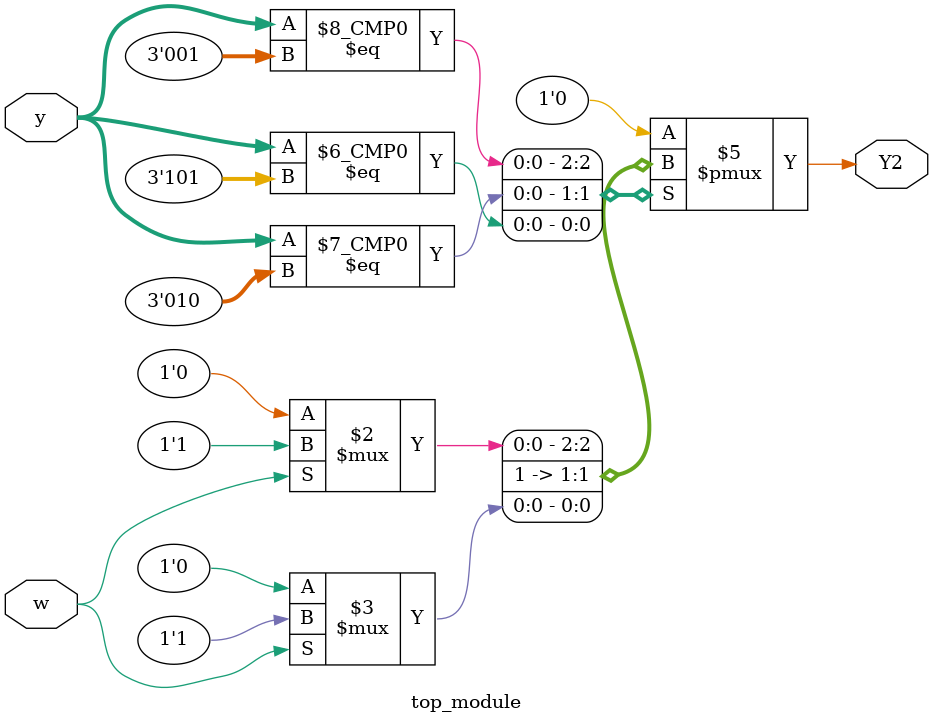
<source format=sv>
module top_module(
    input [3:1] y,
    input w,
    output reg Y2);

    // Define the states
    parameter A = 3'b000;
    parameter B = 3'b001;
    parameter C = 3'b010;
    parameter D = 3'b011;
    parameter E = 3'b100;
    parameter F = 3'b101;

    always @(*) begin
        case (y)
            A: Y2 = 1'b0; 
            B: Y2 = w ? 1'b1 : 1'b0; // B -> D on w=1 else B -> C on w=0
            C: Y2 = 1'b1; // C -> D on w=1 else C -> E on w=0
            D: Y2 = 1'b0; // D -> A on w=1 else D -> F on w=0
            E: Y2 = 1'b0; // E always stays (E -> E) on w=0
            F: Y2 = w ? 1'b1 : 1'b0; // F -> D on w=1 else F -> C on w=0
            default: Y2 = 1'b0; // default case should never be hit
        endcase   
    end
endmodule

</source>
